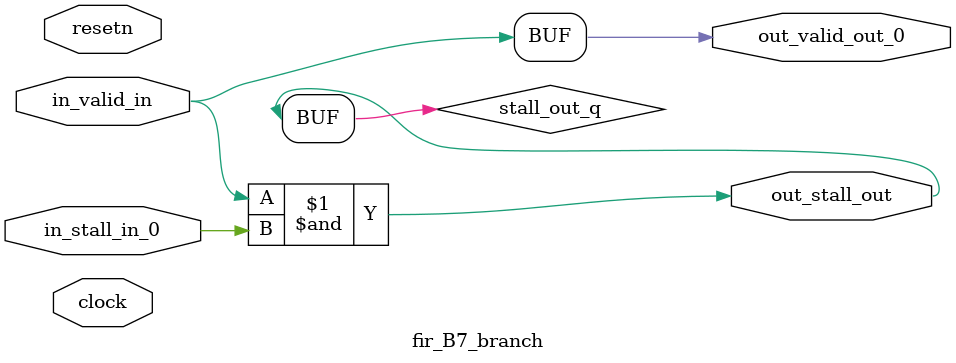
<source format=sv>



(* altera_attribute = "-name AUTO_SHIFT_REGISTER_RECOGNITION OFF; -name MESSAGE_DISABLE 10036; -name MESSAGE_DISABLE 10037; -name MESSAGE_DISABLE 14130; -name MESSAGE_DISABLE 14320; -name MESSAGE_DISABLE 15400; -name MESSAGE_DISABLE 14130; -name MESSAGE_DISABLE 10036; -name MESSAGE_DISABLE 12020; -name MESSAGE_DISABLE 12030; -name MESSAGE_DISABLE 12010; -name MESSAGE_DISABLE 12110; -name MESSAGE_DISABLE 14320; -name MESSAGE_DISABLE 13410; -name MESSAGE_DISABLE 113007; -name MESSAGE_DISABLE 10958" *)
module fir_B7_branch (
    input wire [0:0] in_stall_in_0,
    input wire [0:0] in_valid_in,
    output wire [0:0] out_stall_out,
    output wire [0:0] out_valid_out_0,
    input wire clock,
    input wire resetn
    );

    wire [0:0] stall_out_q;


    // stall_out(LOGICAL,6)
    assign stall_out_q = in_valid_in & in_stall_in_0;

    // out_stall_out(GPOUT,4)
    assign out_stall_out = stall_out_q;

    // out_valid_out_0(GPOUT,5)
    assign out_valid_out_0 = in_valid_in;

endmodule

</source>
